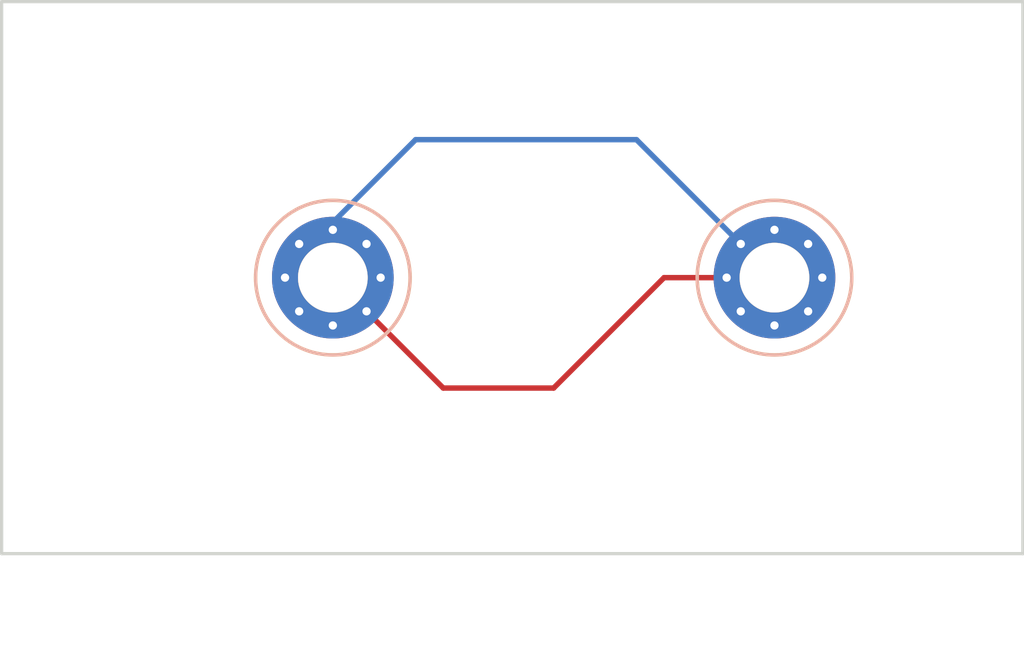
<source format=kicad_pcb>
(kicad_pcb (version 20171130) (host pcbnew "(5.0.0-rc2-dev-41-gce1bd4c-dirty)")

  (general
    (thickness 1.6)
    (drawings 5)
    (tracks 8)
    (zones 0)
    (modules 2)
    (nets 2)
  )

  (page A4)
  (layers
    (0 F.Cu signal)
    (31 B.Cu signal)
    (32 B.Adhes user)
    (33 F.Adhes user)
    (34 B.Paste user)
    (35 F.Paste user)
    (36 B.SilkS user)
    (37 F.SilkS user)
    (38 B.Mask user)
    (39 F.Mask user)
    (40 Dwgs.User user)
    (41 Cmts.User user)
    (42 Eco1.User user)
    (43 Eco2.User user)
    (44 Edge.Cuts user)
    (45 Margin user)
    (46 B.CrtYd user)
    (47 F.CrtYd user)
    (48 B.Fab user)
    (49 F.Fab user)
  )

  (setup
    (last_trace_width 0.25)
    (trace_clearance 0.2)
    (zone_clearance 0.508)
    (zone_45_only no)
    (trace_min 0.2)
    (segment_width 0.15)
    (edge_width 0.15)
    (via_size 0.8)
    (via_drill 0.4)
    (via_min_size 0.4)
    (via_min_drill 0.3)
    (uvia_size 0.3)
    (uvia_drill 0.1)
    (uvias_allowed no)
    (uvia_min_size 0.2)
    (uvia_min_drill 0.1)
    (pcb_text_width 0.3)
    (pcb_text_size 1.5 1.5)
    (mod_edge_width 0.3)
    (mod_text_size 1.5 1.5)
    (mod_text_width 0.15)
    (pad_size 0.8 1.2)
    (pad_drill 0.5)
    (pad_to_mask_clearance 0.2)
    (aux_axis_origin 0 0)
    (visible_elements 7FFFFFFF)
    (pcbplotparams
      (layerselection 0x010fc_ffffffff)
      (usegerberextensions false)
      (usegerberattributes false)
      (usegerberadvancedattributes false)
      (creategerberjobfile false)
      (excludeedgelayer true)
      (linewidth 0.100000)
      (plotframeref false)
      (viasonmask false)
      (mode 1)
      (useauxorigin false)
      (hpglpennumber 1)
      (hpglpenspeed 20)
      (hpglpendiameter 15)
      (psnegative false)
      (psa4output false)
      (plotreference true)
      (plotvalue true)
      (plotinvisibletext false)
      (padsonsilk false)
      (subtractmaskfromsilk false)
      (outputformat 1)
      (mirror false)
      (drillshape 1)
      (scaleselection 1)
      (outputdirectory ""))
  )

  (net 0 "")
  (net 1 GND)

  (net_class Default "This is the default net class."
    (clearance 0.2)
    (trace_width 0.25)
    (via_dia 0.8)
    (via_drill 0.4)
    (uvia_dia 0.3)
    (uvia_drill 0.1)
    (add_net GND)
  )

  (module a_ANCHORS:1pinD32-drilled (layer F.Cu) (tedit 55119F58) (tstamp 5ABF9475)
    (at 171.45 99.06)
    (path /5ABF8D65)
    (fp_text reference J2 (at 0 -4.699) (layer F.SilkS) hide
      (effects (font (size 1.00076 1.00076) (thickness 0.2032)))
    )
    (fp_text value HEADER_1 (at 0 4.953) (layer F.SilkS) hide
      (effects (font (size 1.00076 1.00076) (thickness 0.2032)))
    )
    (fp_circle (center 0 0) (end 0 3.556) (layer F.SilkS) (width 0.16))
    (fp_circle (center 0 0) (end 0 3.556) (layer B.SilkS) (width 0.16))
    (fp_circle (center 0 0) (end 0 1.524) (layer F.SilkS) (width 0.16))
    (fp_circle (center 0 0) (end 0 1.524) (layer B.SilkS) (width 0.16))
    (pad 1 thru_hole circle (at 1.55 1.55) (size 0.6 0.6) (drill 0.381) (layers *.Cu *.Mask)
      (net 1 GND))
    (pad 1 thru_hole circle (at -1.55 1.55) (size 0.6 0.6) (drill 0.381) (layers *.Cu *.Mask)
      (net 1 GND))
    (pad 1 thru_hole circle (at -1.55 -1.55) (size 0.6 0.6) (drill 0.381) (layers *.Cu *.Mask)
      (net 1 GND))
    (pad 1 thru_hole circle (at 1.55 -1.55) (size 0.6 0.6) (drill 0.381) (layers *.Cu *.Mask)
      (net 1 GND))
    (pad 1 thru_hole circle (at 2.2 0) (size 0.6 0.6) (drill 0.381) (layers *.Cu *.Mask)
      (net 1 GND))
    (pad 1 thru_hole circle (at 0 2.2) (size 0.6 0.6) (drill 0.381) (layers *.Cu *.Mask)
      (net 1 GND))
    (pad 1 thru_hole circle (at -2.2 0) (size 0.6 0.6) (drill 0.381) (layers *.Cu *.Mask)
      (net 1 GND))
    (pad 1 thru_hole circle (at 0 -2.2) (size 0.6 0.6) (drill 0.381) (layers *.Cu *.Mask)
      (net 1 GND))
    (pad 1 thru_hole circle (at 0 0) (size 5.6 5.6) (drill 3.2004) (layers *.Cu *.Mask)
      (net 1 GND))
  )

  (module a_ANCHORS:1pinD32-drilled (layer F.Cu) (tedit 55119F58) (tstamp 5ABF9465)
    (at 151.13 99.06)
    (path /5ABF8CC8)
    (fp_text reference J1 (at 0 -4.699) (layer F.SilkS) hide
      (effects (font (size 1.00076 1.00076) (thickness 0.2032)))
    )
    (fp_text value HEADER_1 (at 0 4.953) (layer F.SilkS) hide
      (effects (font (size 1.00076 1.00076) (thickness 0.2032)))
    )
    (fp_circle (center 0 0) (end 0 1.524) (layer B.SilkS) (width 0.16))
    (fp_circle (center 0 0) (end 0 1.524) (layer F.SilkS) (width 0.16))
    (fp_circle (center 0 0) (end 0 3.556) (layer B.SilkS) (width 0.16))
    (fp_circle (center 0 0) (end 0 3.556) (layer F.SilkS) (width 0.16))
    (pad 1 thru_hole circle (at 0 0) (size 5.6 5.6) (drill 3.2004) (layers *.Cu *.Mask)
      (net 1 GND))
    (pad 1 thru_hole circle (at 0 -2.2) (size 0.6 0.6) (drill 0.381) (layers *.Cu *.Mask)
      (net 1 GND))
    (pad 1 thru_hole circle (at -2.2 0) (size 0.6 0.6) (drill 0.381) (layers *.Cu *.Mask)
      (net 1 GND))
    (pad 1 thru_hole circle (at 0 2.2) (size 0.6 0.6) (drill 0.381) (layers *.Cu *.Mask)
      (net 1 GND))
    (pad 1 thru_hole circle (at 2.2 0) (size 0.6 0.6) (drill 0.381) (layers *.Cu *.Mask)
      (net 1 GND))
    (pad 1 thru_hole circle (at 1.55 -1.55) (size 0.6 0.6) (drill 0.381) (layers *.Cu *.Mask)
      (net 1 GND))
    (pad 1 thru_hole circle (at -1.55 -1.55) (size 0.6 0.6) (drill 0.381) (layers *.Cu *.Mask)
      (net 1 GND))
    (pad 1 thru_hole circle (at -1.55 1.55) (size 0.6 0.6) (drill 0.381) (layers *.Cu *.Mask)
      (net 1 GND))
    (pad 1 thru_hole circle (at 1.55 1.55) (size 0.6 0.6) (drill 0.381) (layers *.Cu *.Mask)
      (net 1 GND))
  )

  (gr_text "pcb.make(fuseCoppers=True)" (at 157.48 115.57) (layer Cmts.User)
    (effects (font (size 1.5 1.5) (thickness 0.3)))
  )
  (gr_line (start 135.89 86.36) (end 182.88 86.36) (angle 90) (layer Edge.Cuts) (width 0.15))
  (gr_line (start 135.89 111.76) (end 135.89 86.36) (angle 90) (layer Edge.Cuts) (width 0.15))
  (gr_line (start 182.88 111.76) (end 135.89 111.76) (angle 90) (layer Edge.Cuts) (width 0.15))
  (gr_line (start 182.88 86.36) (end 182.88 111.76) (angle 90) (layer Edge.Cuts) (width 0.15))

  (segment (start 151.13 99.06) (end 156.21 104.14) (width 0.25) (layer F.Cu) (net 1) (status 400000))
  (segment (start 156.21 104.14) (end 161.29 104.14) (width 0.25) (layer F.Cu) (net 1) (tstamp 5ABF96CB))
  (segment (start 161.29 104.14) (end 166.37 99.06) (width 0.25) (layer F.Cu) (net 1) (tstamp 5ABF96CC))
  (segment (start 166.37 99.06) (end 171.45 99.06) (width 0.25) (layer F.Cu) (net 1) (tstamp 5ABF96CD) (status 800000))
  (segment (start 151.13 99.06) (end 151.13 96.52) (width 0.25) (layer B.Cu) (net 1) (status 400000))
  (segment (start 151.13 96.52) (end 154.94 92.71) (width 0.25) (layer B.Cu) (net 1) (tstamp 5ABF92D6))
  (segment (start 154.94 92.71) (end 165.1 92.71) (width 0.25) (layer B.Cu) (net 1) (tstamp 5ABF92D8))
  (segment (start 165.1 92.71) (end 171.45 99.06) (width 0.25) (layer B.Cu) (net 1) (tstamp 5ABF92DA) (status 800000))

)

</source>
